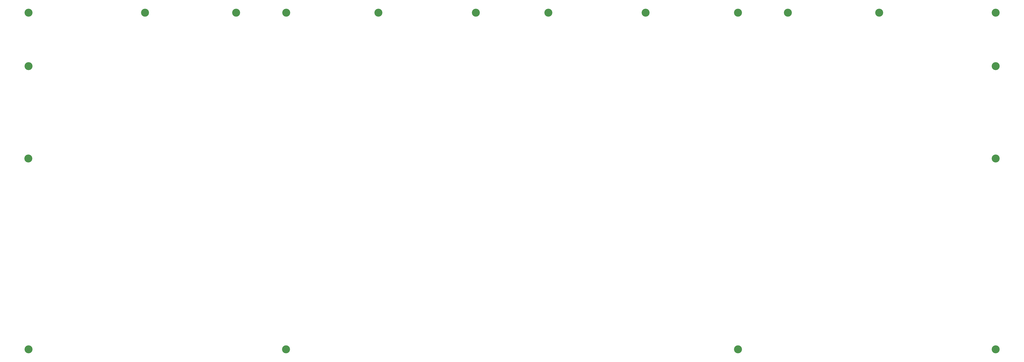
<source format=gts>
%TF.GenerationSoftware,KiCad,Pcbnew,(6.0.0)*%
%TF.CreationDate,2022-03-09T15:54:11-05:00*%
%TF.ProjectId,custom_keyboard plate v3,63757374-6f6d-45f6-9b65-79626f617264,rev?*%
%TF.SameCoordinates,Original*%
%TF.FileFunction,Soldermask,Top*%
%TF.FilePolarity,Negative*%
%FSLAX46Y46*%
G04 Gerber Fmt 4.6, Leading zero omitted, Abs format (unit mm)*
G04 Created by KiCad (PCBNEW (6.0.0)) date 2022-03-09 15:54:11*
%MOMM*%
%LPD*%
G01*
G04 APERTURE LIST*
%ADD10C,3.200000*%
G04 APERTURE END LIST*
D10*
%TO.C,M3*%
X17335399Y-134632200D03*
%TD*%
%TO.C,M3*%
X17398399Y-211124200D03*
%TD*%
%TO.C,M3*%
X120579399Y-76195200D03*
%TD*%
%TO.C,M3*%
X404723999Y-211124200D03*
%TD*%
%TO.C,M3*%
X301561199Y-211124200D03*
%TD*%
%TO.C,M3*%
X100561199Y-76195200D03*
%TD*%
%TO.C,M3*%
X321561199Y-76195200D03*
%TD*%
%TO.C,M3*%
X264561199Y-76195200D03*
%TD*%
%TO.C,M3*%
X225561199Y-76195200D03*
%TD*%
%TO.C,M3*%
X404723999Y-134632200D03*
%TD*%
%TO.C,M3*%
X404723999Y-97625100D03*
%TD*%
%TO.C,M3*%
X157561199Y-76195200D03*
%TD*%
%TO.C,M3*%
X301542999Y-76195200D03*
%TD*%
%TO.C,M3*%
X404723999Y-76195200D03*
%TD*%
%TO.C,M3*%
X64061199Y-76195200D03*
%TD*%
%TO.C,M3*%
X17366899Y-97632200D03*
%TD*%
%TO.C,M3*%
X358061199Y-76195200D03*
%TD*%
%TO.C,M3*%
X196561199Y-76195200D03*
%TD*%
%TO.C,M3*%
X120561199Y-211124200D03*
%TD*%
%TO.C,M3*%
X17398399Y-76195200D03*
%TD*%
M02*

</source>
